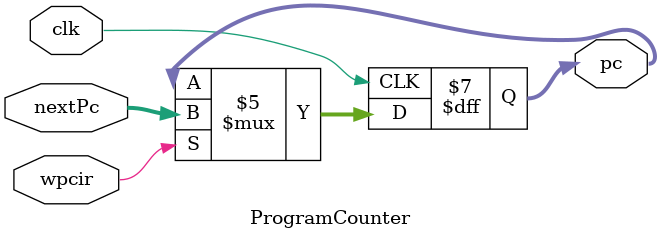
<source format=v>
`timescale 1ns / 1ps



module ProgramCounter(
    input clk,            // Clock input necessary as PC only updates on the positive edge of the clock.
    input [31:0] nextPc, // Input from the PC adder looped back to update the next PC.
    
    //final project input
    input wpcir,
    
    output reg [31:0] pc // Output of the PC module.
    
);

initial
    begin
        pc = 32'd0;      // Initializing the PC value to start at 100 in decimal.
    end

always @(posedge clk)
    begin
      if (wpcir == 1)
        pc = nextPc;      // Update PC to be nextPc only on the positive edge of the clock.
    end

endmodule // End of the module


</source>
